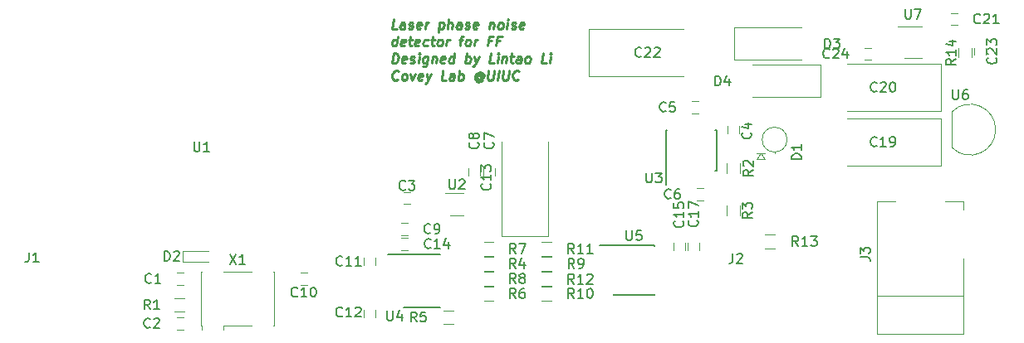
<source format=gbr>
G04 #@! TF.FileFunction,Legend,Top*
%FSLAX46Y46*%
G04 Gerber Fmt 4.6, Leading zero omitted, Abs format (unit mm)*
G04 Created by KiCad (PCBNEW 4.0.6) date 08/15/24 14:35:26*
%MOMM*%
%LPD*%
G01*
G04 APERTURE LIST*
%ADD10C,0.100000*%
%ADD11C,0.250000*%
%ADD12C,0.120000*%
%ADD13C,0.150000*%
G04 APERTURE END LIST*
D10*
D11*
X129752238Y-112889381D02*
X129276047Y-112889381D01*
X129401047Y-111889381D01*
X130514143Y-112889381D02*
X130579620Y-112365571D01*
X130543905Y-112270333D01*
X130454620Y-112222714D01*
X130264143Y-112222714D01*
X130162952Y-112270333D01*
X130520096Y-112841762D02*
X130418905Y-112889381D01*
X130180809Y-112889381D01*
X130091524Y-112841762D01*
X130055810Y-112746524D01*
X130067714Y-112651286D01*
X130127238Y-112556048D01*
X130228428Y-112508429D01*
X130466524Y-112508429D01*
X130567715Y-112460810D01*
X130948667Y-112841762D02*
X131037952Y-112889381D01*
X131228428Y-112889381D01*
X131329620Y-112841762D01*
X131389144Y-112746524D01*
X131395096Y-112698905D01*
X131359382Y-112603667D01*
X131270095Y-112556048D01*
X131127238Y-112556048D01*
X131037952Y-112508429D01*
X131002238Y-112413190D01*
X131008191Y-112365571D01*
X131067714Y-112270333D01*
X131168905Y-112222714D01*
X131311762Y-112222714D01*
X131401048Y-112270333D01*
X132186763Y-112841762D02*
X132085572Y-112889381D01*
X131895095Y-112889381D01*
X131805810Y-112841762D01*
X131770096Y-112746524D01*
X131817715Y-112365571D01*
X131877238Y-112270333D01*
X131978429Y-112222714D01*
X132168906Y-112222714D01*
X132258191Y-112270333D01*
X132293906Y-112365571D01*
X132282001Y-112460810D01*
X131793905Y-112556048D01*
X132657000Y-112889381D02*
X132740334Y-112222714D01*
X132716524Y-112413190D02*
X132776048Y-112317952D01*
X132829619Y-112270333D01*
X132930810Y-112222714D01*
X133026049Y-112222714D01*
X134121287Y-112222714D02*
X133996287Y-113222714D01*
X134115334Y-112270333D02*
X134216525Y-112222714D01*
X134407002Y-112222714D01*
X134496287Y-112270333D01*
X134537954Y-112317952D01*
X134573668Y-112413190D01*
X134537954Y-112698905D01*
X134478430Y-112794143D01*
X134424859Y-112841762D01*
X134323668Y-112889381D01*
X134133191Y-112889381D01*
X134043906Y-112841762D01*
X134942715Y-112889381D02*
X135067715Y-111889381D01*
X135371287Y-112889381D02*
X135436764Y-112365571D01*
X135401049Y-112270333D01*
X135311764Y-112222714D01*
X135168906Y-112222714D01*
X135067715Y-112270333D01*
X135014144Y-112317952D01*
X136276049Y-112889381D02*
X136341526Y-112365571D01*
X136305811Y-112270333D01*
X136216526Y-112222714D01*
X136026049Y-112222714D01*
X135924858Y-112270333D01*
X136282002Y-112841762D02*
X136180811Y-112889381D01*
X135942715Y-112889381D01*
X135853430Y-112841762D01*
X135817716Y-112746524D01*
X135829620Y-112651286D01*
X135889144Y-112556048D01*
X135990334Y-112508429D01*
X136228430Y-112508429D01*
X136329621Y-112460810D01*
X136710573Y-112841762D02*
X136799858Y-112889381D01*
X136990334Y-112889381D01*
X137091526Y-112841762D01*
X137151050Y-112746524D01*
X137157002Y-112698905D01*
X137121288Y-112603667D01*
X137032001Y-112556048D01*
X136889144Y-112556048D01*
X136799858Y-112508429D01*
X136764144Y-112413190D01*
X136770097Y-112365571D01*
X136829620Y-112270333D01*
X136930811Y-112222714D01*
X137073668Y-112222714D01*
X137162954Y-112270333D01*
X137948669Y-112841762D02*
X137847478Y-112889381D01*
X137657001Y-112889381D01*
X137567716Y-112841762D01*
X137532002Y-112746524D01*
X137579621Y-112365571D01*
X137639144Y-112270333D01*
X137740335Y-112222714D01*
X137930812Y-112222714D01*
X138020097Y-112270333D01*
X138055812Y-112365571D01*
X138043907Y-112460810D01*
X137555811Y-112556048D01*
X139264145Y-112222714D02*
X139180811Y-112889381D01*
X139252240Y-112317952D02*
X139305811Y-112270333D01*
X139407002Y-112222714D01*
X139549860Y-112222714D01*
X139639145Y-112270333D01*
X139674860Y-112365571D01*
X139609383Y-112889381D01*
X140228430Y-112889381D02*
X140139145Y-112841762D01*
X140097478Y-112794143D01*
X140061764Y-112698905D01*
X140097478Y-112413190D01*
X140157002Y-112317952D01*
X140210573Y-112270333D01*
X140311764Y-112222714D01*
X140454622Y-112222714D01*
X140543907Y-112270333D01*
X140585574Y-112317952D01*
X140621288Y-112413190D01*
X140585574Y-112698905D01*
X140526050Y-112794143D01*
X140472479Y-112841762D01*
X140371288Y-112889381D01*
X140228430Y-112889381D01*
X140990335Y-112889381D02*
X141073669Y-112222714D01*
X141115335Y-111889381D02*
X141061764Y-111937000D01*
X141103431Y-111984619D01*
X141157002Y-111937000D01*
X141115335Y-111889381D01*
X141103431Y-111984619D01*
X141424859Y-112841762D02*
X141514144Y-112889381D01*
X141704620Y-112889381D01*
X141805812Y-112841762D01*
X141865336Y-112746524D01*
X141871288Y-112698905D01*
X141835574Y-112603667D01*
X141746287Y-112556048D01*
X141603430Y-112556048D01*
X141514144Y-112508429D01*
X141478430Y-112413190D01*
X141484383Y-112365571D01*
X141543906Y-112270333D01*
X141645097Y-112222714D01*
X141787954Y-112222714D01*
X141877240Y-112270333D01*
X142662955Y-112841762D02*
X142561764Y-112889381D01*
X142371287Y-112889381D01*
X142282002Y-112841762D01*
X142246288Y-112746524D01*
X142293907Y-112365571D01*
X142353430Y-112270333D01*
X142454621Y-112222714D01*
X142645098Y-112222714D01*
X142734383Y-112270333D01*
X142770098Y-112365571D01*
X142758193Y-112460810D01*
X142270097Y-112556048D01*
X129704619Y-114639381D02*
X129829619Y-113639381D01*
X129710572Y-114591762D02*
X129609381Y-114639381D01*
X129418904Y-114639381D01*
X129329619Y-114591762D01*
X129287952Y-114544143D01*
X129252238Y-114448905D01*
X129287952Y-114163190D01*
X129347476Y-114067952D01*
X129401047Y-114020333D01*
X129502238Y-113972714D01*
X129692715Y-113972714D01*
X129782000Y-114020333D01*
X130567715Y-114591762D02*
X130466524Y-114639381D01*
X130276047Y-114639381D01*
X130186762Y-114591762D01*
X130151048Y-114496524D01*
X130198667Y-114115571D01*
X130258190Y-114020333D01*
X130359381Y-113972714D01*
X130549858Y-113972714D01*
X130639143Y-114020333D01*
X130674858Y-114115571D01*
X130662953Y-114210810D01*
X130174857Y-114306048D01*
X130978429Y-113972714D02*
X131359381Y-113972714D01*
X131162952Y-113639381D02*
X131055810Y-114496524D01*
X131091524Y-114591762D01*
X131180809Y-114639381D01*
X131276047Y-114639381D01*
X131996287Y-114591762D02*
X131895096Y-114639381D01*
X131704619Y-114639381D01*
X131615334Y-114591762D01*
X131579620Y-114496524D01*
X131627239Y-114115571D01*
X131686762Y-114020333D01*
X131787953Y-113972714D01*
X131978430Y-113972714D01*
X132067715Y-114020333D01*
X132103430Y-114115571D01*
X132091525Y-114210810D01*
X131603429Y-114306048D01*
X132901049Y-114591762D02*
X132799858Y-114639381D01*
X132609381Y-114639381D01*
X132520096Y-114591762D01*
X132478429Y-114544143D01*
X132442715Y-114448905D01*
X132478429Y-114163190D01*
X132537953Y-114067952D01*
X132591524Y-114020333D01*
X132692715Y-113972714D01*
X132883192Y-113972714D01*
X132972477Y-114020333D01*
X133264144Y-113972714D02*
X133645096Y-113972714D01*
X133448667Y-113639381D02*
X133341525Y-114496524D01*
X133377239Y-114591762D01*
X133466524Y-114639381D01*
X133561762Y-114639381D01*
X134037953Y-114639381D02*
X133948668Y-114591762D01*
X133907001Y-114544143D01*
X133871287Y-114448905D01*
X133907001Y-114163190D01*
X133966525Y-114067952D01*
X134020096Y-114020333D01*
X134121287Y-113972714D01*
X134264145Y-113972714D01*
X134353430Y-114020333D01*
X134395097Y-114067952D01*
X134430811Y-114163190D01*
X134395097Y-114448905D01*
X134335573Y-114544143D01*
X134282002Y-114591762D01*
X134180811Y-114639381D01*
X134037953Y-114639381D01*
X134799858Y-114639381D02*
X134883192Y-113972714D01*
X134859382Y-114163190D02*
X134918906Y-114067952D01*
X134972477Y-114020333D01*
X135073668Y-113972714D01*
X135168907Y-113972714D01*
X136121288Y-113972714D02*
X136502240Y-113972714D01*
X136180811Y-114639381D02*
X136287954Y-113782238D01*
X136347478Y-113687000D01*
X136448668Y-113639381D01*
X136543906Y-113639381D01*
X136895097Y-114639381D02*
X136805812Y-114591762D01*
X136764145Y-114544143D01*
X136728431Y-114448905D01*
X136764145Y-114163190D01*
X136823669Y-114067952D01*
X136877240Y-114020333D01*
X136978431Y-113972714D01*
X137121289Y-113972714D01*
X137210574Y-114020333D01*
X137252241Y-114067952D01*
X137287955Y-114163190D01*
X137252241Y-114448905D01*
X137192717Y-114544143D01*
X137139146Y-114591762D01*
X137037955Y-114639381D01*
X136895097Y-114639381D01*
X137657002Y-114639381D02*
X137740336Y-113972714D01*
X137716526Y-114163190D02*
X137776050Y-114067952D01*
X137829621Y-114020333D01*
X137930812Y-113972714D01*
X138026051Y-113972714D01*
X139436766Y-114115571D02*
X139103432Y-114115571D01*
X139037955Y-114639381D02*
X139162955Y-113639381D01*
X139639146Y-113639381D01*
X140293909Y-114115571D02*
X139960575Y-114115571D01*
X139895098Y-114639381D02*
X140020098Y-113639381D01*
X140496289Y-113639381D01*
X129276047Y-116389381D02*
X129401047Y-115389381D01*
X129639142Y-115389381D01*
X129776048Y-115437000D01*
X129859381Y-115532238D01*
X129895096Y-115627476D01*
X129918905Y-115817952D01*
X129901048Y-115960810D01*
X129829619Y-116151286D01*
X129770096Y-116246524D01*
X129662953Y-116341762D01*
X129514142Y-116389381D01*
X129276047Y-116389381D01*
X130662953Y-116341762D02*
X130561762Y-116389381D01*
X130371285Y-116389381D01*
X130282000Y-116341762D01*
X130246286Y-116246524D01*
X130293905Y-115865571D01*
X130353428Y-115770333D01*
X130454619Y-115722714D01*
X130645096Y-115722714D01*
X130734381Y-115770333D01*
X130770096Y-115865571D01*
X130758191Y-115960810D01*
X130270095Y-116056048D01*
X131091524Y-116341762D02*
X131180809Y-116389381D01*
X131371285Y-116389381D01*
X131472477Y-116341762D01*
X131532001Y-116246524D01*
X131537953Y-116198905D01*
X131502239Y-116103667D01*
X131412952Y-116056048D01*
X131270095Y-116056048D01*
X131180809Y-116008429D01*
X131145095Y-115913190D01*
X131151048Y-115865571D01*
X131210571Y-115770333D01*
X131311762Y-115722714D01*
X131454619Y-115722714D01*
X131543905Y-115770333D01*
X131942714Y-116389381D02*
X132026048Y-115722714D01*
X132067714Y-115389381D02*
X132014143Y-115437000D01*
X132055810Y-115484619D01*
X132109381Y-115437000D01*
X132067714Y-115389381D01*
X132055810Y-115484619D01*
X132930810Y-115722714D02*
X132829619Y-116532238D01*
X132770095Y-116627476D01*
X132716524Y-116675095D01*
X132615333Y-116722714D01*
X132472476Y-116722714D01*
X132383190Y-116675095D01*
X132853429Y-116341762D02*
X132752238Y-116389381D01*
X132561761Y-116389381D01*
X132472476Y-116341762D01*
X132430809Y-116294143D01*
X132395095Y-116198905D01*
X132430809Y-115913190D01*
X132490333Y-115817952D01*
X132543904Y-115770333D01*
X132645095Y-115722714D01*
X132835572Y-115722714D01*
X132924857Y-115770333D01*
X133407000Y-115722714D02*
X133323666Y-116389381D01*
X133395095Y-115817952D02*
X133448666Y-115770333D01*
X133549857Y-115722714D01*
X133692715Y-115722714D01*
X133782000Y-115770333D01*
X133817715Y-115865571D01*
X133752238Y-116389381D01*
X134615334Y-116341762D02*
X134514143Y-116389381D01*
X134323666Y-116389381D01*
X134234381Y-116341762D01*
X134198667Y-116246524D01*
X134246286Y-115865571D01*
X134305809Y-115770333D01*
X134407000Y-115722714D01*
X134597477Y-115722714D01*
X134686762Y-115770333D01*
X134722477Y-115865571D01*
X134710572Y-115960810D01*
X134222476Y-116056048D01*
X135514143Y-116389381D02*
X135639143Y-115389381D01*
X135520096Y-116341762D02*
X135418905Y-116389381D01*
X135228428Y-116389381D01*
X135139143Y-116341762D01*
X135097476Y-116294143D01*
X135061762Y-116198905D01*
X135097476Y-115913190D01*
X135157000Y-115817952D01*
X135210571Y-115770333D01*
X135311762Y-115722714D01*
X135502239Y-115722714D01*
X135591524Y-115770333D01*
X136752238Y-116389381D02*
X136877238Y-115389381D01*
X136829619Y-115770333D02*
X136930810Y-115722714D01*
X137121287Y-115722714D01*
X137210572Y-115770333D01*
X137252239Y-115817952D01*
X137287953Y-115913190D01*
X137252239Y-116198905D01*
X137192715Y-116294143D01*
X137139144Y-116341762D01*
X137037953Y-116389381D01*
X136847476Y-116389381D01*
X136758191Y-116341762D01*
X137645096Y-115722714D02*
X137799857Y-116389381D01*
X138121287Y-115722714D02*
X137799857Y-116389381D01*
X137674857Y-116627476D01*
X137621286Y-116675095D01*
X137520096Y-116722714D01*
X139657001Y-116389381D02*
X139180810Y-116389381D01*
X139305810Y-115389381D01*
X139990334Y-116389381D02*
X140073668Y-115722714D01*
X140115334Y-115389381D02*
X140061763Y-115437000D01*
X140103430Y-115484619D01*
X140157001Y-115437000D01*
X140115334Y-115389381D01*
X140103430Y-115484619D01*
X140549858Y-115722714D02*
X140466524Y-116389381D01*
X140537953Y-115817952D02*
X140591524Y-115770333D01*
X140692715Y-115722714D01*
X140835573Y-115722714D01*
X140924858Y-115770333D01*
X140960573Y-115865571D01*
X140895096Y-116389381D01*
X141311763Y-115722714D02*
X141692715Y-115722714D01*
X141496286Y-115389381D02*
X141389144Y-116246524D01*
X141424858Y-116341762D01*
X141514143Y-116389381D01*
X141609381Y-116389381D01*
X142371287Y-116389381D02*
X142436764Y-115865571D01*
X142401049Y-115770333D01*
X142311764Y-115722714D01*
X142121287Y-115722714D01*
X142020096Y-115770333D01*
X142377240Y-116341762D02*
X142276049Y-116389381D01*
X142037953Y-116389381D01*
X141948668Y-116341762D01*
X141912954Y-116246524D01*
X141924858Y-116151286D01*
X141984382Y-116056048D01*
X142085572Y-116008429D01*
X142323668Y-116008429D01*
X142424859Y-115960810D01*
X142990334Y-116389381D02*
X142901049Y-116341762D01*
X142859382Y-116294143D01*
X142823668Y-116198905D01*
X142859382Y-115913190D01*
X142918906Y-115817952D01*
X142972477Y-115770333D01*
X143073668Y-115722714D01*
X143216526Y-115722714D01*
X143305811Y-115770333D01*
X143347478Y-115817952D01*
X143383192Y-115913190D01*
X143347478Y-116198905D01*
X143287954Y-116294143D01*
X143234383Y-116341762D01*
X143133192Y-116389381D01*
X142990334Y-116389381D01*
X144990335Y-116389381D02*
X144514144Y-116389381D01*
X144639144Y-115389381D01*
X145323668Y-116389381D02*
X145407002Y-115722714D01*
X145448668Y-115389381D02*
X145395097Y-115437000D01*
X145436764Y-115484619D01*
X145490335Y-115437000D01*
X145448668Y-115389381D01*
X145436764Y-115484619D01*
X129859381Y-118044143D02*
X129805810Y-118091762D01*
X129657000Y-118139381D01*
X129561762Y-118139381D01*
X129424857Y-118091762D01*
X129341524Y-117996524D01*
X129305809Y-117901286D01*
X129282000Y-117710810D01*
X129299857Y-117567952D01*
X129371286Y-117377476D01*
X129430809Y-117282238D01*
X129537952Y-117187000D01*
X129686762Y-117139381D01*
X129782000Y-117139381D01*
X129918905Y-117187000D01*
X129960572Y-117234619D01*
X130418904Y-118139381D02*
X130329619Y-118091762D01*
X130287952Y-118044143D01*
X130252238Y-117948905D01*
X130287952Y-117663190D01*
X130347476Y-117567952D01*
X130401047Y-117520333D01*
X130502238Y-117472714D01*
X130645096Y-117472714D01*
X130734381Y-117520333D01*
X130776048Y-117567952D01*
X130811762Y-117663190D01*
X130776048Y-117948905D01*
X130716524Y-118044143D01*
X130662953Y-118091762D01*
X130561762Y-118139381D01*
X130418904Y-118139381D01*
X131168905Y-117472714D02*
X131323666Y-118139381D01*
X131645096Y-117472714D01*
X132329620Y-118091762D02*
X132228429Y-118139381D01*
X132037952Y-118139381D01*
X131948667Y-118091762D01*
X131912953Y-117996524D01*
X131960572Y-117615571D01*
X132020095Y-117520333D01*
X132121286Y-117472714D01*
X132311763Y-117472714D01*
X132401048Y-117520333D01*
X132436763Y-117615571D01*
X132424858Y-117710810D01*
X131936762Y-117806048D01*
X132787953Y-117472714D02*
X132942714Y-118139381D01*
X133264144Y-117472714D02*
X132942714Y-118139381D01*
X132817714Y-118377476D01*
X132764143Y-118425095D01*
X132662953Y-118472714D01*
X134799858Y-118139381D02*
X134323667Y-118139381D01*
X134448667Y-117139381D01*
X135561763Y-118139381D02*
X135627240Y-117615571D01*
X135591525Y-117520333D01*
X135502240Y-117472714D01*
X135311763Y-117472714D01*
X135210572Y-117520333D01*
X135567716Y-118091762D02*
X135466525Y-118139381D01*
X135228429Y-118139381D01*
X135139144Y-118091762D01*
X135103430Y-117996524D01*
X135115334Y-117901286D01*
X135174858Y-117806048D01*
X135276048Y-117758429D01*
X135514144Y-117758429D01*
X135615335Y-117710810D01*
X136037953Y-118139381D02*
X136162953Y-117139381D01*
X136115334Y-117520333D02*
X136216525Y-117472714D01*
X136407002Y-117472714D01*
X136496287Y-117520333D01*
X136537954Y-117567952D01*
X136573668Y-117663190D01*
X136537954Y-117948905D01*
X136478430Y-118044143D01*
X136424859Y-118091762D01*
X136323668Y-118139381D01*
X136133191Y-118139381D01*
X136043906Y-118091762D01*
X138383192Y-117663190D02*
X138341526Y-117615571D01*
X138252240Y-117567952D01*
X138157002Y-117567952D01*
X138055812Y-117615571D01*
X138002239Y-117663190D01*
X137942715Y-117758429D01*
X137930811Y-117853667D01*
X137966525Y-117948905D01*
X138008193Y-117996524D01*
X138097478Y-118044143D01*
X138192716Y-118044143D01*
X138293907Y-117996524D01*
X138347478Y-117948905D01*
X138395097Y-117567952D02*
X138347478Y-117948905D01*
X138389145Y-117996524D01*
X138436764Y-117996524D01*
X138537954Y-117948905D01*
X138597478Y-117853667D01*
X138627240Y-117615571D01*
X138549859Y-117472714D01*
X138418907Y-117377476D01*
X138234383Y-117329857D01*
X138037954Y-117377476D01*
X137883192Y-117472714D01*
X137770097Y-117615571D01*
X137698668Y-117806048D01*
X137722478Y-117996524D01*
X137799858Y-118139381D01*
X137930811Y-118234619D01*
X138115335Y-118282238D01*
X138311764Y-118234619D01*
X138466525Y-118139381D01*
X139115334Y-117139381D02*
X139014144Y-117948905D01*
X139049858Y-118044143D01*
X139091525Y-118091762D01*
X139180810Y-118139381D01*
X139371287Y-118139381D01*
X139472478Y-118091762D01*
X139526049Y-118044143D01*
X139585573Y-117948905D01*
X139686763Y-117139381D01*
X140037953Y-118139381D02*
X140162953Y-117139381D01*
X140639143Y-117139381D02*
X140537953Y-117948905D01*
X140573667Y-118044143D01*
X140615334Y-118091762D01*
X140704619Y-118139381D01*
X140895096Y-118139381D01*
X140996287Y-118091762D01*
X141049858Y-118044143D01*
X141109382Y-117948905D01*
X141210572Y-117139381D01*
X142145096Y-118044143D02*
X142091525Y-118091762D01*
X141942715Y-118139381D01*
X141847477Y-118139381D01*
X141710572Y-118091762D01*
X141627239Y-117996524D01*
X141591524Y-117901286D01*
X141567715Y-117710810D01*
X141585572Y-117567952D01*
X141657001Y-117377476D01*
X141716524Y-117282238D01*
X141823667Y-117187000D01*
X141972477Y-117139381D01*
X142067715Y-117139381D01*
X142204620Y-117187000D01*
X142246287Y-117234619D01*
D12*
X108046000Y-139030000D02*
X107346000Y-139030000D01*
X107346000Y-137830000D02*
X108046000Y-137830000D01*
X108046000Y-143602000D02*
X107346000Y-143602000D01*
X107346000Y-142402000D02*
X108046000Y-142402000D01*
X130460000Y-129575000D02*
X131160000Y-129575000D01*
X131160000Y-130775000D02*
X130460000Y-130775000D01*
X163484000Y-123540000D02*
X163484000Y-122840000D01*
X164684000Y-122840000D02*
X164684000Y-123540000D01*
X159797000Y-120304000D02*
X160497000Y-120304000D01*
X160497000Y-121504000D02*
X159797000Y-121504000D01*
X161005000Y-130394000D02*
X160305000Y-130394000D01*
X160305000Y-129194000D02*
X161005000Y-129194000D01*
X138592000Y-127858000D02*
X138592000Y-127158000D01*
X139792000Y-127158000D02*
X139792000Y-127858000D01*
X137068000Y-127858000D02*
X137068000Y-127158000D01*
X138268000Y-127158000D02*
X138268000Y-127858000D01*
X130906000Y-133950000D02*
X130206000Y-133950000D01*
X130206000Y-132750000D02*
X130906000Y-132750000D01*
X119919000Y-137830000D02*
X120619000Y-137830000D01*
X120619000Y-139030000D02*
X119919000Y-139030000D01*
X127600000Y-136302000D02*
X127600000Y-137002000D01*
X126400000Y-137002000D02*
X126400000Y-136302000D01*
X126400000Y-142336000D02*
X126400000Y-141636000D01*
X127600000Y-141636000D02*
X127600000Y-142336000D01*
X140411500Y-134029500D02*
X140411500Y-124429500D01*
X145211500Y-134029500D02*
X145211500Y-124429500D01*
X140411500Y-134029500D02*
X145211500Y-134029500D01*
X130206000Y-134274000D02*
X130906000Y-134274000D01*
X130906000Y-135474000D02*
X130206000Y-135474000D01*
X159159500Y-134778000D02*
X159159500Y-135478000D01*
X157959500Y-135478000D02*
X157959500Y-134778000D01*
X160620000Y-134778000D02*
X160620000Y-135478000D01*
X159420000Y-135478000D02*
X159420000Y-134778000D01*
X185274000Y-126860000D02*
X175674000Y-126860000D01*
X185274000Y-122060000D02*
X175674000Y-122060000D01*
X185274000Y-126860000D02*
X185274000Y-122060000D01*
X185274000Y-121272000D02*
X175674000Y-121272000D01*
X185274000Y-116472000D02*
X175674000Y-116472000D01*
X185274000Y-121272000D02*
X185274000Y-116472000D01*
X186913000Y-112487000D02*
X186213000Y-112487000D01*
X186213000Y-111287000D02*
X186913000Y-111287000D01*
X149371000Y-112916000D02*
X158971000Y-112916000D01*
X149371000Y-117716000D02*
X158971000Y-117716000D01*
X149371000Y-112916000D02*
X149371000Y-117716000D01*
X189830000Y-114839000D02*
X189830000Y-115539000D01*
X188630000Y-115539000D02*
X188630000Y-114839000D01*
X178150000Y-116043000D02*
X177450000Y-116043000D01*
X177450000Y-114843000D02*
X178150000Y-114843000D01*
X168275000Y-125472371D02*
X168275000Y-125646000D01*
X167295000Y-125603000D02*
X166406000Y-125603000D01*
X166850500Y-125603000D02*
X167295000Y-126195667D01*
X167295000Y-126195667D02*
X166406000Y-126195667D01*
X166406000Y-126195667D02*
X166850500Y-125603000D01*
X169541371Y-124206000D02*
G75*
G03X169541371Y-124206000I-1266371J0D01*
G01*
X107928000Y-135594000D02*
X107928000Y-136694000D01*
X107928000Y-136694000D02*
X110528000Y-136694000D01*
X107928000Y-135594000D02*
X110528000Y-135594000D01*
X164129000Y-112777000D02*
X164129000Y-116077000D01*
X164129000Y-116077000D02*
X171029000Y-116077000D01*
X164129000Y-112777000D02*
X171029000Y-112777000D01*
X172929000Y-119887000D02*
X172929000Y-116587000D01*
X172929000Y-116587000D02*
X166029000Y-116587000D01*
X172929000Y-119887000D02*
X166029000Y-119887000D01*
X178734000Y-140198000D02*
X187534000Y-140198000D01*
X187534000Y-136398000D02*
X187534000Y-144098000D01*
X187534000Y-144098000D02*
X178734000Y-144098000D01*
X178734000Y-144098000D02*
X178734000Y-143898000D01*
X185684000Y-130498000D02*
X187534000Y-130498000D01*
X187534000Y-130498000D02*
X187534000Y-131348000D01*
X178734000Y-143998000D02*
X178734000Y-130498000D01*
X178734000Y-130498000D02*
X180584000Y-130498000D01*
X107069000Y-140417000D02*
X108069000Y-140417000D01*
X108069000Y-141777000D02*
X107069000Y-141777000D01*
X164764000Y-126627000D02*
X164764000Y-127627000D01*
X163404000Y-127627000D02*
X163404000Y-126627000D01*
X163404000Y-131945000D02*
X163404000Y-130945000D01*
X164764000Y-130945000D02*
X164764000Y-131945000D01*
X139628500Y-137586000D02*
X138628500Y-137586000D01*
X138628500Y-136226000D02*
X139628500Y-136226000D01*
X135501000Y-143047000D02*
X134501000Y-143047000D01*
X134501000Y-141687000D02*
X135501000Y-141687000D01*
X139628500Y-140634000D02*
X138628500Y-140634000D01*
X138628500Y-139274000D02*
X139628500Y-139274000D01*
X139628500Y-136062000D02*
X138628500Y-136062000D01*
X138628500Y-134702000D02*
X139628500Y-134702000D01*
X139628500Y-139110000D02*
X138628500Y-139110000D01*
X138628500Y-137750000D02*
X139628500Y-137750000D01*
X145534000Y-137586000D02*
X144534000Y-137586000D01*
X144534000Y-136226000D02*
X145534000Y-136226000D01*
X145534000Y-140634000D02*
X144534000Y-140634000D01*
X144534000Y-139274000D02*
X145534000Y-139274000D01*
X145534000Y-136062000D02*
X144534000Y-136062000D01*
X144534000Y-134702000D02*
X145534000Y-134702000D01*
X144534000Y-137750000D02*
X145534000Y-137750000D01*
X145534000Y-139110000D02*
X144534000Y-139110000D01*
X167267000Y-133940000D02*
X168267000Y-133940000D01*
X168267000Y-135300000D02*
X167267000Y-135300000D01*
X187026000Y-115816000D02*
X187026000Y-114816000D01*
X188386000Y-114816000D02*
X188386000Y-115816000D01*
X136590000Y-129650000D02*
X134690000Y-129650000D01*
X135190000Y-131970000D02*
X136590000Y-131970000D01*
D13*
X157191000Y-127424000D02*
X157241000Y-127424000D01*
X157191000Y-123274000D02*
X157336000Y-123274000D01*
X162341000Y-123274000D02*
X162196000Y-123274000D01*
X162341000Y-127424000D02*
X162196000Y-127424000D01*
X157191000Y-127424000D02*
X157191000Y-123274000D01*
X162341000Y-127424000D02*
X162341000Y-123274000D01*
X157241000Y-127424000D02*
X157241000Y-128824000D01*
X130479700Y-141359000D02*
X134188300Y-141359000D01*
X128809000Y-135959000D02*
X134192600Y-135959000D01*
X151849000Y-134966000D02*
X151849000Y-135016000D01*
X155999000Y-134966000D02*
X155999000Y-135111000D01*
X155999000Y-140116000D02*
X155999000Y-139971000D01*
X151849000Y-140116000D02*
X151849000Y-139971000D01*
X151849000Y-134966000D02*
X155999000Y-134966000D01*
X151849000Y-140116000D02*
X155999000Y-140116000D01*
X151849000Y-135016000D02*
X150449000Y-135016000D01*
D12*
X186364000Y-121390000D02*
X186364000Y-124990000D01*
X186375522Y-121351522D02*
G75*
G02X190814000Y-123190000I1838478J-1838478D01*
G01*
X186375522Y-125028478D02*
G75*
G03X190814000Y-123190000I1838478J1838478D01*
G01*
X181472000Y-115910000D02*
X183272000Y-115910000D01*
X183272000Y-112690000D02*
X180822000Y-112690000D01*
X117178000Y-137722000D02*
X117238000Y-137722000D01*
X117238000Y-137722000D02*
X117238000Y-143202000D01*
X117238000Y-143202000D02*
X117178000Y-143202000D01*
X112098000Y-137722000D02*
X114978000Y-137722000D01*
X109898000Y-143662000D02*
X109898000Y-143202000D01*
X109898000Y-143202000D02*
X109838000Y-143202000D01*
X109838000Y-143202000D02*
X109838000Y-137722000D01*
X109838000Y-137722000D02*
X109898000Y-137722000D01*
X114978000Y-143202000D02*
X112098000Y-143202000D01*
X112098000Y-143202000D02*
X112098000Y-143662000D01*
D13*
X104735334Y-138787143D02*
X104687715Y-138834762D01*
X104544858Y-138882381D01*
X104449620Y-138882381D01*
X104306762Y-138834762D01*
X104211524Y-138739524D01*
X104163905Y-138644286D01*
X104116286Y-138453810D01*
X104116286Y-138310952D01*
X104163905Y-138120476D01*
X104211524Y-138025238D01*
X104306762Y-137930000D01*
X104449620Y-137882381D01*
X104544858Y-137882381D01*
X104687715Y-137930000D01*
X104735334Y-137977619D01*
X105687715Y-138882381D02*
X105116286Y-138882381D01*
X105402000Y-138882381D02*
X105402000Y-137882381D01*
X105306762Y-138025238D01*
X105211524Y-138120476D01*
X105116286Y-138168095D01*
X104608334Y-143359143D02*
X104560715Y-143406762D01*
X104417858Y-143454381D01*
X104322620Y-143454381D01*
X104179762Y-143406762D01*
X104084524Y-143311524D01*
X104036905Y-143216286D01*
X103989286Y-143025810D01*
X103989286Y-142882952D01*
X104036905Y-142692476D01*
X104084524Y-142597238D01*
X104179762Y-142502000D01*
X104322620Y-142454381D01*
X104417858Y-142454381D01*
X104560715Y-142502000D01*
X104608334Y-142549619D01*
X104989286Y-142549619D02*
X105036905Y-142502000D01*
X105132143Y-142454381D01*
X105370239Y-142454381D01*
X105465477Y-142502000D01*
X105513096Y-142549619D01*
X105560715Y-142644857D01*
X105560715Y-142740095D01*
X105513096Y-142882952D01*
X104941667Y-143454381D01*
X105560715Y-143454381D01*
X130643334Y-129282143D02*
X130595715Y-129329762D01*
X130452858Y-129377381D01*
X130357620Y-129377381D01*
X130214762Y-129329762D01*
X130119524Y-129234524D01*
X130071905Y-129139286D01*
X130024286Y-128948810D01*
X130024286Y-128805952D01*
X130071905Y-128615476D01*
X130119524Y-128520238D01*
X130214762Y-128425000D01*
X130357620Y-128377381D01*
X130452858Y-128377381D01*
X130595715Y-128425000D01*
X130643334Y-128472619D01*
X130976667Y-128377381D02*
X131595715Y-128377381D01*
X131262381Y-128758333D01*
X131405239Y-128758333D01*
X131500477Y-128805952D01*
X131548096Y-128853571D01*
X131595715Y-128948810D01*
X131595715Y-129186905D01*
X131548096Y-129282143D01*
X131500477Y-129329762D01*
X131405239Y-129377381D01*
X131119524Y-129377381D01*
X131024286Y-129329762D01*
X130976667Y-129282143D01*
X165838143Y-123483666D02*
X165885762Y-123531285D01*
X165933381Y-123674142D01*
X165933381Y-123769380D01*
X165885762Y-123912238D01*
X165790524Y-124007476D01*
X165695286Y-124055095D01*
X165504810Y-124102714D01*
X165361952Y-124102714D01*
X165171476Y-124055095D01*
X165076238Y-124007476D01*
X164981000Y-123912238D01*
X164933381Y-123769380D01*
X164933381Y-123674142D01*
X164981000Y-123531285D01*
X165028619Y-123483666D01*
X165266714Y-122626523D02*
X165933381Y-122626523D01*
X164885762Y-122864619D02*
X165600048Y-123102714D01*
X165600048Y-122483666D01*
X157186334Y-121261143D02*
X157138715Y-121308762D01*
X156995858Y-121356381D01*
X156900620Y-121356381D01*
X156757762Y-121308762D01*
X156662524Y-121213524D01*
X156614905Y-121118286D01*
X156567286Y-120927810D01*
X156567286Y-120784952D01*
X156614905Y-120594476D01*
X156662524Y-120499238D01*
X156757762Y-120404000D01*
X156900620Y-120356381D01*
X156995858Y-120356381D01*
X157138715Y-120404000D01*
X157186334Y-120451619D01*
X158091096Y-120356381D02*
X157614905Y-120356381D01*
X157567286Y-120832571D01*
X157614905Y-120784952D01*
X157710143Y-120737333D01*
X157948239Y-120737333D01*
X158043477Y-120784952D01*
X158091096Y-120832571D01*
X158138715Y-120927810D01*
X158138715Y-121165905D01*
X158091096Y-121261143D01*
X158043477Y-121308762D01*
X157948239Y-121356381D01*
X157710143Y-121356381D01*
X157614905Y-121308762D01*
X157567286Y-121261143D01*
X157694334Y-130151143D02*
X157646715Y-130198762D01*
X157503858Y-130246381D01*
X157408620Y-130246381D01*
X157265762Y-130198762D01*
X157170524Y-130103524D01*
X157122905Y-130008286D01*
X157075286Y-129817810D01*
X157075286Y-129674952D01*
X157122905Y-129484476D01*
X157170524Y-129389238D01*
X157265762Y-129294000D01*
X157408620Y-129246381D01*
X157503858Y-129246381D01*
X157646715Y-129294000D01*
X157694334Y-129341619D01*
X158551477Y-129246381D02*
X158361000Y-129246381D01*
X158265762Y-129294000D01*
X158218143Y-129341619D01*
X158122905Y-129484476D01*
X158075286Y-129674952D01*
X158075286Y-130055905D01*
X158122905Y-130151143D01*
X158170524Y-130198762D01*
X158265762Y-130246381D01*
X158456239Y-130246381D01*
X158551477Y-130198762D01*
X158599096Y-130151143D01*
X158646715Y-130055905D01*
X158646715Y-129817810D01*
X158599096Y-129722571D01*
X158551477Y-129674952D01*
X158456239Y-129627333D01*
X158265762Y-129627333D01*
X158170524Y-129674952D01*
X158122905Y-129722571D01*
X158075286Y-129817810D01*
X139549143Y-124499666D02*
X139596762Y-124547285D01*
X139644381Y-124690142D01*
X139644381Y-124785380D01*
X139596762Y-124928238D01*
X139501524Y-125023476D01*
X139406286Y-125071095D01*
X139215810Y-125118714D01*
X139072952Y-125118714D01*
X138882476Y-125071095D01*
X138787238Y-125023476D01*
X138692000Y-124928238D01*
X138644381Y-124785380D01*
X138644381Y-124690142D01*
X138692000Y-124547285D01*
X138739619Y-124499666D01*
X138644381Y-124166333D02*
X138644381Y-123499666D01*
X139644381Y-123928238D01*
X138025143Y-124499666D02*
X138072762Y-124547285D01*
X138120381Y-124690142D01*
X138120381Y-124785380D01*
X138072762Y-124928238D01*
X137977524Y-125023476D01*
X137882286Y-125071095D01*
X137691810Y-125118714D01*
X137548952Y-125118714D01*
X137358476Y-125071095D01*
X137263238Y-125023476D01*
X137168000Y-124928238D01*
X137120381Y-124785380D01*
X137120381Y-124690142D01*
X137168000Y-124547285D01*
X137215619Y-124499666D01*
X137548952Y-123928238D02*
X137501333Y-124023476D01*
X137453714Y-124071095D01*
X137358476Y-124118714D01*
X137310857Y-124118714D01*
X137215619Y-124071095D01*
X137168000Y-124023476D01*
X137120381Y-123928238D01*
X137120381Y-123737761D01*
X137168000Y-123642523D01*
X137215619Y-123594904D01*
X137310857Y-123547285D01*
X137358476Y-123547285D01*
X137453714Y-123594904D01*
X137501333Y-123642523D01*
X137548952Y-123737761D01*
X137548952Y-123928238D01*
X137596571Y-124023476D01*
X137644190Y-124071095D01*
X137739429Y-124118714D01*
X137929905Y-124118714D01*
X138025143Y-124071095D01*
X138072762Y-124023476D01*
X138120381Y-123928238D01*
X138120381Y-123737761D01*
X138072762Y-123642523D01*
X138025143Y-123594904D01*
X137929905Y-123547285D01*
X137739429Y-123547285D01*
X137644190Y-123594904D01*
X137596571Y-123642523D01*
X137548952Y-123737761D01*
X133183334Y-133707143D02*
X133135715Y-133754762D01*
X132992858Y-133802381D01*
X132897620Y-133802381D01*
X132754762Y-133754762D01*
X132659524Y-133659524D01*
X132611905Y-133564286D01*
X132564286Y-133373810D01*
X132564286Y-133230952D01*
X132611905Y-133040476D01*
X132659524Y-132945238D01*
X132754762Y-132850000D01*
X132897620Y-132802381D01*
X132992858Y-132802381D01*
X133135715Y-132850000D01*
X133183334Y-132897619D01*
X133659524Y-133802381D02*
X133850000Y-133802381D01*
X133945239Y-133754762D01*
X133992858Y-133707143D01*
X134088096Y-133564286D01*
X134135715Y-133373810D01*
X134135715Y-132992857D01*
X134088096Y-132897619D01*
X134040477Y-132850000D01*
X133945239Y-132802381D01*
X133754762Y-132802381D01*
X133659524Y-132850000D01*
X133611905Y-132897619D01*
X133564286Y-132992857D01*
X133564286Y-133230952D01*
X133611905Y-133326190D01*
X133659524Y-133373810D01*
X133754762Y-133421429D01*
X133945239Y-133421429D01*
X134040477Y-133373810D01*
X134088096Y-133326190D01*
X134135715Y-133230952D01*
X119626143Y-140184143D02*
X119578524Y-140231762D01*
X119435667Y-140279381D01*
X119340429Y-140279381D01*
X119197571Y-140231762D01*
X119102333Y-140136524D01*
X119054714Y-140041286D01*
X119007095Y-139850810D01*
X119007095Y-139707952D01*
X119054714Y-139517476D01*
X119102333Y-139422238D01*
X119197571Y-139327000D01*
X119340429Y-139279381D01*
X119435667Y-139279381D01*
X119578524Y-139327000D01*
X119626143Y-139374619D01*
X120578524Y-140279381D02*
X120007095Y-140279381D01*
X120292809Y-140279381D02*
X120292809Y-139279381D01*
X120197571Y-139422238D01*
X120102333Y-139517476D01*
X120007095Y-139565095D01*
X121197571Y-139279381D02*
X121292810Y-139279381D01*
X121388048Y-139327000D01*
X121435667Y-139374619D01*
X121483286Y-139469857D01*
X121530905Y-139660333D01*
X121530905Y-139898429D01*
X121483286Y-140088905D01*
X121435667Y-140184143D01*
X121388048Y-140231762D01*
X121292810Y-140279381D01*
X121197571Y-140279381D01*
X121102333Y-140231762D01*
X121054714Y-140184143D01*
X121007095Y-140088905D01*
X120959476Y-139898429D01*
X120959476Y-139660333D01*
X121007095Y-139469857D01*
X121054714Y-139374619D01*
X121102333Y-139327000D01*
X121197571Y-139279381D01*
X124198143Y-137009143D02*
X124150524Y-137056762D01*
X124007667Y-137104381D01*
X123912429Y-137104381D01*
X123769571Y-137056762D01*
X123674333Y-136961524D01*
X123626714Y-136866286D01*
X123579095Y-136675810D01*
X123579095Y-136532952D01*
X123626714Y-136342476D01*
X123674333Y-136247238D01*
X123769571Y-136152000D01*
X123912429Y-136104381D01*
X124007667Y-136104381D01*
X124150524Y-136152000D01*
X124198143Y-136199619D01*
X125150524Y-137104381D02*
X124579095Y-137104381D01*
X124864809Y-137104381D02*
X124864809Y-136104381D01*
X124769571Y-136247238D01*
X124674333Y-136342476D01*
X124579095Y-136390095D01*
X126102905Y-137104381D02*
X125531476Y-137104381D01*
X125817190Y-137104381D02*
X125817190Y-136104381D01*
X125721952Y-136247238D01*
X125626714Y-136342476D01*
X125531476Y-136390095D01*
X124198143Y-142216143D02*
X124150524Y-142263762D01*
X124007667Y-142311381D01*
X123912429Y-142311381D01*
X123769571Y-142263762D01*
X123674333Y-142168524D01*
X123626714Y-142073286D01*
X123579095Y-141882810D01*
X123579095Y-141739952D01*
X123626714Y-141549476D01*
X123674333Y-141454238D01*
X123769571Y-141359000D01*
X123912429Y-141311381D01*
X124007667Y-141311381D01*
X124150524Y-141359000D01*
X124198143Y-141406619D01*
X125150524Y-142311381D02*
X124579095Y-142311381D01*
X124864809Y-142311381D02*
X124864809Y-141311381D01*
X124769571Y-141454238D01*
X124674333Y-141549476D01*
X124579095Y-141597095D01*
X125531476Y-141406619D02*
X125579095Y-141359000D01*
X125674333Y-141311381D01*
X125912429Y-141311381D01*
X126007667Y-141359000D01*
X126055286Y-141406619D01*
X126102905Y-141501857D01*
X126102905Y-141597095D01*
X126055286Y-141739952D01*
X125483857Y-142311381D01*
X126102905Y-142311381D01*
X139268643Y-128722357D02*
X139316262Y-128769976D01*
X139363881Y-128912833D01*
X139363881Y-129008071D01*
X139316262Y-129150929D01*
X139221024Y-129246167D01*
X139125786Y-129293786D01*
X138935310Y-129341405D01*
X138792452Y-129341405D01*
X138601976Y-129293786D01*
X138506738Y-129246167D01*
X138411500Y-129150929D01*
X138363881Y-129008071D01*
X138363881Y-128912833D01*
X138411500Y-128769976D01*
X138459119Y-128722357D01*
X139363881Y-127769976D02*
X139363881Y-128341405D01*
X139363881Y-128055691D02*
X138363881Y-128055691D01*
X138506738Y-128150929D01*
X138601976Y-128246167D01*
X138649595Y-128341405D01*
X138363881Y-127436643D02*
X138363881Y-126817595D01*
X138744833Y-127150929D01*
X138744833Y-127008071D01*
X138792452Y-126912833D01*
X138840071Y-126865214D01*
X138935310Y-126817595D01*
X139173405Y-126817595D01*
X139268643Y-126865214D01*
X139316262Y-126912833D01*
X139363881Y-127008071D01*
X139363881Y-127293786D01*
X139316262Y-127389024D01*
X139268643Y-127436643D01*
X133215143Y-135231143D02*
X133167524Y-135278762D01*
X133024667Y-135326381D01*
X132929429Y-135326381D01*
X132786571Y-135278762D01*
X132691333Y-135183524D01*
X132643714Y-135088286D01*
X132596095Y-134897810D01*
X132596095Y-134754952D01*
X132643714Y-134564476D01*
X132691333Y-134469238D01*
X132786571Y-134374000D01*
X132929429Y-134326381D01*
X133024667Y-134326381D01*
X133167524Y-134374000D01*
X133215143Y-134421619D01*
X134167524Y-135326381D02*
X133596095Y-135326381D01*
X133881809Y-135326381D02*
X133881809Y-134326381D01*
X133786571Y-134469238D01*
X133691333Y-134564476D01*
X133596095Y-134612095D01*
X135024667Y-134659714D02*
X135024667Y-135326381D01*
X134786571Y-134278762D02*
X134548476Y-134993048D01*
X135167524Y-134993048D01*
X158916643Y-132532357D02*
X158964262Y-132579976D01*
X159011881Y-132722833D01*
X159011881Y-132818071D01*
X158964262Y-132960929D01*
X158869024Y-133056167D01*
X158773786Y-133103786D01*
X158583310Y-133151405D01*
X158440452Y-133151405D01*
X158249976Y-133103786D01*
X158154738Y-133056167D01*
X158059500Y-132960929D01*
X158011881Y-132818071D01*
X158011881Y-132722833D01*
X158059500Y-132579976D01*
X158107119Y-132532357D01*
X159011881Y-131579976D02*
X159011881Y-132151405D01*
X159011881Y-131865691D02*
X158011881Y-131865691D01*
X158154738Y-131960929D01*
X158249976Y-132056167D01*
X158297595Y-132151405D01*
X158011881Y-130675214D02*
X158011881Y-131151405D01*
X158488071Y-131199024D01*
X158440452Y-131151405D01*
X158392833Y-131056167D01*
X158392833Y-130818071D01*
X158440452Y-130722833D01*
X158488071Y-130675214D01*
X158583310Y-130627595D01*
X158821405Y-130627595D01*
X158916643Y-130675214D01*
X158964262Y-130722833D01*
X159011881Y-130818071D01*
X159011881Y-131056167D01*
X158964262Y-131151405D01*
X158916643Y-131199024D01*
X160377143Y-132468857D02*
X160424762Y-132516476D01*
X160472381Y-132659333D01*
X160472381Y-132754571D01*
X160424762Y-132897429D01*
X160329524Y-132992667D01*
X160234286Y-133040286D01*
X160043810Y-133087905D01*
X159900952Y-133087905D01*
X159710476Y-133040286D01*
X159615238Y-132992667D01*
X159520000Y-132897429D01*
X159472381Y-132754571D01*
X159472381Y-132659333D01*
X159520000Y-132516476D01*
X159567619Y-132468857D01*
X160472381Y-131516476D02*
X160472381Y-132087905D01*
X160472381Y-131802191D02*
X159472381Y-131802191D01*
X159615238Y-131897429D01*
X159710476Y-131992667D01*
X159758095Y-132087905D01*
X159472381Y-131183143D02*
X159472381Y-130516476D01*
X160472381Y-130945048D01*
X178681143Y-124817143D02*
X178633524Y-124864762D01*
X178490667Y-124912381D01*
X178395429Y-124912381D01*
X178252571Y-124864762D01*
X178157333Y-124769524D01*
X178109714Y-124674286D01*
X178062095Y-124483810D01*
X178062095Y-124340952D01*
X178109714Y-124150476D01*
X178157333Y-124055238D01*
X178252571Y-123960000D01*
X178395429Y-123912381D01*
X178490667Y-123912381D01*
X178633524Y-123960000D01*
X178681143Y-124007619D01*
X179633524Y-124912381D02*
X179062095Y-124912381D01*
X179347809Y-124912381D02*
X179347809Y-123912381D01*
X179252571Y-124055238D01*
X179157333Y-124150476D01*
X179062095Y-124198095D01*
X180109714Y-124912381D02*
X180300190Y-124912381D01*
X180395429Y-124864762D01*
X180443048Y-124817143D01*
X180538286Y-124674286D01*
X180585905Y-124483810D01*
X180585905Y-124102857D01*
X180538286Y-124007619D01*
X180490667Y-123960000D01*
X180395429Y-123912381D01*
X180204952Y-123912381D01*
X180109714Y-123960000D01*
X180062095Y-124007619D01*
X180014476Y-124102857D01*
X180014476Y-124340952D01*
X180062095Y-124436190D01*
X180109714Y-124483810D01*
X180204952Y-124531429D01*
X180395429Y-124531429D01*
X180490667Y-124483810D01*
X180538286Y-124436190D01*
X180585905Y-124340952D01*
X178681143Y-119229143D02*
X178633524Y-119276762D01*
X178490667Y-119324381D01*
X178395429Y-119324381D01*
X178252571Y-119276762D01*
X178157333Y-119181524D01*
X178109714Y-119086286D01*
X178062095Y-118895810D01*
X178062095Y-118752952D01*
X178109714Y-118562476D01*
X178157333Y-118467238D01*
X178252571Y-118372000D01*
X178395429Y-118324381D01*
X178490667Y-118324381D01*
X178633524Y-118372000D01*
X178681143Y-118419619D01*
X179062095Y-118419619D02*
X179109714Y-118372000D01*
X179204952Y-118324381D01*
X179443048Y-118324381D01*
X179538286Y-118372000D01*
X179585905Y-118419619D01*
X179633524Y-118514857D01*
X179633524Y-118610095D01*
X179585905Y-118752952D01*
X179014476Y-119324381D01*
X179633524Y-119324381D01*
X180252571Y-118324381D02*
X180347810Y-118324381D01*
X180443048Y-118372000D01*
X180490667Y-118419619D01*
X180538286Y-118514857D01*
X180585905Y-118705333D01*
X180585905Y-118943429D01*
X180538286Y-119133905D01*
X180490667Y-119229143D01*
X180443048Y-119276762D01*
X180347810Y-119324381D01*
X180252571Y-119324381D01*
X180157333Y-119276762D01*
X180109714Y-119229143D01*
X180062095Y-119133905D01*
X180014476Y-118943429D01*
X180014476Y-118705333D01*
X180062095Y-118514857D01*
X180109714Y-118419619D01*
X180157333Y-118372000D01*
X180252571Y-118324381D01*
X189222143Y-112244143D02*
X189174524Y-112291762D01*
X189031667Y-112339381D01*
X188936429Y-112339381D01*
X188793571Y-112291762D01*
X188698333Y-112196524D01*
X188650714Y-112101286D01*
X188603095Y-111910810D01*
X188603095Y-111767952D01*
X188650714Y-111577476D01*
X188698333Y-111482238D01*
X188793571Y-111387000D01*
X188936429Y-111339381D01*
X189031667Y-111339381D01*
X189174524Y-111387000D01*
X189222143Y-111434619D01*
X189603095Y-111434619D02*
X189650714Y-111387000D01*
X189745952Y-111339381D01*
X189984048Y-111339381D01*
X190079286Y-111387000D01*
X190126905Y-111434619D01*
X190174524Y-111529857D01*
X190174524Y-111625095D01*
X190126905Y-111767952D01*
X189555476Y-112339381D01*
X190174524Y-112339381D01*
X191126905Y-112339381D02*
X190555476Y-112339381D01*
X190841190Y-112339381D02*
X190841190Y-111339381D01*
X190745952Y-111482238D01*
X190650714Y-111577476D01*
X190555476Y-111625095D01*
X154678143Y-115673143D02*
X154630524Y-115720762D01*
X154487667Y-115768381D01*
X154392429Y-115768381D01*
X154249571Y-115720762D01*
X154154333Y-115625524D01*
X154106714Y-115530286D01*
X154059095Y-115339810D01*
X154059095Y-115196952D01*
X154106714Y-115006476D01*
X154154333Y-114911238D01*
X154249571Y-114816000D01*
X154392429Y-114768381D01*
X154487667Y-114768381D01*
X154630524Y-114816000D01*
X154678143Y-114863619D01*
X155059095Y-114863619D02*
X155106714Y-114816000D01*
X155201952Y-114768381D01*
X155440048Y-114768381D01*
X155535286Y-114816000D01*
X155582905Y-114863619D01*
X155630524Y-114958857D01*
X155630524Y-115054095D01*
X155582905Y-115196952D01*
X155011476Y-115768381D01*
X155630524Y-115768381D01*
X156011476Y-114863619D02*
X156059095Y-114816000D01*
X156154333Y-114768381D01*
X156392429Y-114768381D01*
X156487667Y-114816000D01*
X156535286Y-114863619D01*
X156582905Y-114958857D01*
X156582905Y-115054095D01*
X156535286Y-115196952D01*
X155963857Y-115768381D01*
X156582905Y-115768381D01*
X190837143Y-115831857D02*
X190884762Y-115879476D01*
X190932381Y-116022333D01*
X190932381Y-116117571D01*
X190884762Y-116260429D01*
X190789524Y-116355667D01*
X190694286Y-116403286D01*
X190503810Y-116450905D01*
X190360952Y-116450905D01*
X190170476Y-116403286D01*
X190075238Y-116355667D01*
X189980000Y-116260429D01*
X189932381Y-116117571D01*
X189932381Y-116022333D01*
X189980000Y-115879476D01*
X190027619Y-115831857D01*
X190027619Y-115450905D02*
X189980000Y-115403286D01*
X189932381Y-115308048D01*
X189932381Y-115069952D01*
X189980000Y-114974714D01*
X190027619Y-114927095D01*
X190122857Y-114879476D01*
X190218095Y-114879476D01*
X190360952Y-114927095D01*
X190932381Y-115498524D01*
X190932381Y-114879476D01*
X189932381Y-114546143D02*
X189932381Y-113927095D01*
X190313333Y-114260429D01*
X190313333Y-114117571D01*
X190360952Y-114022333D01*
X190408571Y-113974714D01*
X190503810Y-113927095D01*
X190741905Y-113927095D01*
X190837143Y-113974714D01*
X190884762Y-114022333D01*
X190932381Y-114117571D01*
X190932381Y-114403286D01*
X190884762Y-114498524D01*
X190837143Y-114546143D01*
X173855143Y-115800143D02*
X173807524Y-115847762D01*
X173664667Y-115895381D01*
X173569429Y-115895381D01*
X173426571Y-115847762D01*
X173331333Y-115752524D01*
X173283714Y-115657286D01*
X173236095Y-115466810D01*
X173236095Y-115323952D01*
X173283714Y-115133476D01*
X173331333Y-115038238D01*
X173426571Y-114943000D01*
X173569429Y-114895381D01*
X173664667Y-114895381D01*
X173807524Y-114943000D01*
X173855143Y-114990619D01*
X174236095Y-114990619D02*
X174283714Y-114943000D01*
X174378952Y-114895381D01*
X174617048Y-114895381D01*
X174712286Y-114943000D01*
X174759905Y-114990619D01*
X174807524Y-115085857D01*
X174807524Y-115181095D01*
X174759905Y-115323952D01*
X174188476Y-115895381D01*
X174807524Y-115895381D01*
X175664667Y-115228714D02*
X175664667Y-115895381D01*
X175426571Y-114847762D02*
X175188476Y-115562048D01*
X175807524Y-115562048D01*
X170993752Y-126214095D02*
X169993752Y-126214095D01*
X169993752Y-125976000D01*
X170041371Y-125833142D01*
X170136609Y-125737904D01*
X170231847Y-125690285D01*
X170422323Y-125642666D01*
X170565181Y-125642666D01*
X170755657Y-125690285D01*
X170850895Y-125737904D01*
X170946133Y-125833142D01*
X170993752Y-125976000D01*
X170993752Y-126214095D01*
X170993752Y-124690285D02*
X170993752Y-125261714D01*
X170993752Y-124976000D02*
X169993752Y-124976000D01*
X170136609Y-125071238D01*
X170231847Y-125166476D01*
X170279466Y-125261714D01*
X106068905Y-136596381D02*
X106068905Y-135596381D01*
X106307000Y-135596381D01*
X106449858Y-135644000D01*
X106545096Y-135739238D01*
X106592715Y-135834476D01*
X106640334Y-136024952D01*
X106640334Y-136167810D01*
X106592715Y-136358286D01*
X106545096Y-136453524D01*
X106449858Y-136548762D01*
X106307000Y-136596381D01*
X106068905Y-136596381D01*
X107021286Y-135691619D02*
X107068905Y-135644000D01*
X107164143Y-135596381D01*
X107402239Y-135596381D01*
X107497477Y-135644000D01*
X107545096Y-135691619D01*
X107592715Y-135786857D01*
X107592715Y-135882095D01*
X107545096Y-136024952D01*
X106973667Y-136596381D01*
X107592715Y-136596381D01*
X173378905Y-114879381D02*
X173378905Y-113879381D01*
X173617000Y-113879381D01*
X173759858Y-113927000D01*
X173855096Y-114022238D01*
X173902715Y-114117476D01*
X173950334Y-114307952D01*
X173950334Y-114450810D01*
X173902715Y-114641286D01*
X173855096Y-114736524D01*
X173759858Y-114831762D01*
X173617000Y-114879381D01*
X173378905Y-114879381D01*
X174283667Y-113879381D02*
X174902715Y-113879381D01*
X174569381Y-114260333D01*
X174712239Y-114260333D01*
X174807477Y-114307952D01*
X174855096Y-114355571D01*
X174902715Y-114450810D01*
X174902715Y-114688905D01*
X174855096Y-114784143D01*
X174807477Y-114831762D01*
X174712239Y-114879381D01*
X174426524Y-114879381D01*
X174331286Y-114831762D01*
X174283667Y-114784143D01*
X162202905Y-118689381D02*
X162202905Y-117689381D01*
X162441000Y-117689381D01*
X162583858Y-117737000D01*
X162679096Y-117832238D01*
X162726715Y-117927476D01*
X162774334Y-118117952D01*
X162774334Y-118260810D01*
X162726715Y-118451286D01*
X162679096Y-118546524D01*
X162583858Y-118641762D01*
X162441000Y-118689381D01*
X162202905Y-118689381D01*
X163631477Y-118022714D02*
X163631477Y-118689381D01*
X163393381Y-117641762D02*
X163155286Y-118356048D01*
X163774334Y-118356048D01*
X92249667Y-135723381D02*
X92249667Y-136437667D01*
X92202047Y-136580524D01*
X92106809Y-136675762D01*
X91963952Y-136723381D01*
X91868714Y-136723381D01*
X93249667Y-136723381D02*
X92678238Y-136723381D01*
X92963952Y-136723381D02*
X92963952Y-135723381D01*
X92868714Y-135866238D01*
X92773476Y-135961476D01*
X92678238Y-136009095D01*
X164004667Y-135850381D02*
X164004667Y-136564667D01*
X163957047Y-136707524D01*
X163861809Y-136802762D01*
X163718952Y-136850381D01*
X163623714Y-136850381D01*
X164433238Y-135945619D02*
X164480857Y-135898000D01*
X164576095Y-135850381D01*
X164814191Y-135850381D01*
X164909429Y-135898000D01*
X164957048Y-135945619D01*
X165004667Y-136040857D01*
X165004667Y-136136095D01*
X164957048Y-136278952D01*
X164385619Y-136850381D01*
X165004667Y-136850381D01*
X176996381Y-136221333D02*
X177710667Y-136221333D01*
X177853524Y-136268953D01*
X177948762Y-136364191D01*
X177996381Y-136507048D01*
X177996381Y-136602286D01*
X176996381Y-135840381D02*
X176996381Y-135221333D01*
X177377333Y-135554667D01*
X177377333Y-135411809D01*
X177424952Y-135316571D01*
X177472571Y-135268952D01*
X177567810Y-135221333D01*
X177805905Y-135221333D01*
X177901143Y-135268952D01*
X177948762Y-135316571D01*
X177996381Y-135411809D01*
X177996381Y-135697524D01*
X177948762Y-135792762D01*
X177901143Y-135840381D01*
X104608334Y-141549381D02*
X104275000Y-141073190D01*
X104036905Y-141549381D02*
X104036905Y-140549381D01*
X104417858Y-140549381D01*
X104513096Y-140597000D01*
X104560715Y-140644619D01*
X104608334Y-140739857D01*
X104608334Y-140882714D01*
X104560715Y-140977952D01*
X104513096Y-141025571D01*
X104417858Y-141073190D01*
X104036905Y-141073190D01*
X105560715Y-141549381D02*
X104989286Y-141549381D01*
X105275000Y-141549381D02*
X105275000Y-140549381D01*
X105179762Y-140692238D01*
X105084524Y-140787476D01*
X104989286Y-140835095D01*
X166060381Y-127293666D02*
X165584190Y-127627000D01*
X166060381Y-127865095D02*
X165060381Y-127865095D01*
X165060381Y-127484142D01*
X165108000Y-127388904D01*
X165155619Y-127341285D01*
X165250857Y-127293666D01*
X165393714Y-127293666D01*
X165488952Y-127341285D01*
X165536571Y-127388904D01*
X165584190Y-127484142D01*
X165584190Y-127865095D01*
X165155619Y-126912714D02*
X165108000Y-126865095D01*
X165060381Y-126769857D01*
X165060381Y-126531761D01*
X165108000Y-126436523D01*
X165155619Y-126388904D01*
X165250857Y-126341285D01*
X165346095Y-126341285D01*
X165488952Y-126388904D01*
X166060381Y-126960333D01*
X166060381Y-126341285D01*
X165986381Y-131611666D02*
X165510190Y-131945000D01*
X165986381Y-132183095D02*
X164986381Y-132183095D01*
X164986381Y-131802142D01*
X165034000Y-131706904D01*
X165081619Y-131659285D01*
X165176857Y-131611666D01*
X165319714Y-131611666D01*
X165414952Y-131659285D01*
X165462571Y-131706904D01*
X165510190Y-131802142D01*
X165510190Y-132183095D01*
X164986381Y-131278333D02*
X164986381Y-130659285D01*
X165367333Y-130992619D01*
X165367333Y-130849761D01*
X165414952Y-130754523D01*
X165462571Y-130706904D01*
X165557810Y-130659285D01*
X165795905Y-130659285D01*
X165891143Y-130706904D01*
X165938762Y-130754523D01*
X165986381Y-130849761D01*
X165986381Y-131135476D01*
X165938762Y-131230714D01*
X165891143Y-131278333D01*
X141882834Y-137358381D02*
X141549500Y-136882190D01*
X141311405Y-137358381D02*
X141311405Y-136358381D01*
X141692358Y-136358381D01*
X141787596Y-136406000D01*
X141835215Y-136453619D01*
X141882834Y-136548857D01*
X141882834Y-136691714D01*
X141835215Y-136786952D01*
X141787596Y-136834571D01*
X141692358Y-136882190D01*
X141311405Y-136882190D01*
X142739977Y-136691714D02*
X142739977Y-137358381D01*
X142501881Y-136310762D02*
X142263786Y-137025048D01*
X142882834Y-137025048D01*
X131786334Y-142819381D02*
X131453000Y-142343190D01*
X131214905Y-142819381D02*
X131214905Y-141819381D01*
X131595858Y-141819381D01*
X131691096Y-141867000D01*
X131738715Y-141914619D01*
X131786334Y-142009857D01*
X131786334Y-142152714D01*
X131738715Y-142247952D01*
X131691096Y-142295571D01*
X131595858Y-142343190D01*
X131214905Y-142343190D01*
X132691096Y-141819381D02*
X132214905Y-141819381D01*
X132167286Y-142295571D01*
X132214905Y-142247952D01*
X132310143Y-142200333D01*
X132548239Y-142200333D01*
X132643477Y-142247952D01*
X132691096Y-142295571D01*
X132738715Y-142390810D01*
X132738715Y-142628905D01*
X132691096Y-142724143D01*
X132643477Y-142771762D01*
X132548239Y-142819381D01*
X132310143Y-142819381D01*
X132214905Y-142771762D01*
X132167286Y-142724143D01*
X141882834Y-140406381D02*
X141549500Y-139930190D01*
X141311405Y-140406381D02*
X141311405Y-139406381D01*
X141692358Y-139406381D01*
X141787596Y-139454000D01*
X141835215Y-139501619D01*
X141882834Y-139596857D01*
X141882834Y-139739714D01*
X141835215Y-139834952D01*
X141787596Y-139882571D01*
X141692358Y-139930190D01*
X141311405Y-139930190D01*
X142739977Y-139406381D02*
X142549500Y-139406381D01*
X142454262Y-139454000D01*
X142406643Y-139501619D01*
X142311405Y-139644476D01*
X142263786Y-139834952D01*
X142263786Y-140215905D01*
X142311405Y-140311143D01*
X142359024Y-140358762D01*
X142454262Y-140406381D01*
X142644739Y-140406381D01*
X142739977Y-140358762D01*
X142787596Y-140311143D01*
X142835215Y-140215905D01*
X142835215Y-139977810D01*
X142787596Y-139882571D01*
X142739977Y-139834952D01*
X142644739Y-139787333D01*
X142454262Y-139787333D01*
X142359024Y-139834952D01*
X142311405Y-139882571D01*
X142263786Y-139977810D01*
X141882834Y-135834381D02*
X141549500Y-135358190D01*
X141311405Y-135834381D02*
X141311405Y-134834381D01*
X141692358Y-134834381D01*
X141787596Y-134882000D01*
X141835215Y-134929619D01*
X141882834Y-135024857D01*
X141882834Y-135167714D01*
X141835215Y-135262952D01*
X141787596Y-135310571D01*
X141692358Y-135358190D01*
X141311405Y-135358190D01*
X142216167Y-134834381D02*
X142882834Y-134834381D01*
X142454262Y-135834381D01*
X141882834Y-138882381D02*
X141549500Y-138406190D01*
X141311405Y-138882381D02*
X141311405Y-137882381D01*
X141692358Y-137882381D01*
X141787596Y-137930000D01*
X141835215Y-137977619D01*
X141882834Y-138072857D01*
X141882834Y-138215714D01*
X141835215Y-138310952D01*
X141787596Y-138358571D01*
X141692358Y-138406190D01*
X141311405Y-138406190D01*
X142454262Y-138310952D02*
X142359024Y-138263333D01*
X142311405Y-138215714D01*
X142263786Y-138120476D01*
X142263786Y-138072857D01*
X142311405Y-137977619D01*
X142359024Y-137930000D01*
X142454262Y-137882381D01*
X142644739Y-137882381D01*
X142739977Y-137930000D01*
X142787596Y-137977619D01*
X142835215Y-138072857D01*
X142835215Y-138120476D01*
X142787596Y-138215714D01*
X142739977Y-138263333D01*
X142644739Y-138310952D01*
X142454262Y-138310952D01*
X142359024Y-138358571D01*
X142311405Y-138406190D01*
X142263786Y-138501429D01*
X142263786Y-138691905D01*
X142311405Y-138787143D01*
X142359024Y-138834762D01*
X142454262Y-138882381D01*
X142644739Y-138882381D01*
X142739977Y-138834762D01*
X142787596Y-138787143D01*
X142835215Y-138691905D01*
X142835215Y-138501429D01*
X142787596Y-138406190D01*
X142739977Y-138358571D01*
X142644739Y-138310952D01*
X147851834Y-137358381D02*
X147518500Y-136882190D01*
X147280405Y-137358381D02*
X147280405Y-136358381D01*
X147661358Y-136358381D01*
X147756596Y-136406000D01*
X147804215Y-136453619D01*
X147851834Y-136548857D01*
X147851834Y-136691714D01*
X147804215Y-136786952D01*
X147756596Y-136834571D01*
X147661358Y-136882190D01*
X147280405Y-136882190D01*
X148328024Y-137358381D02*
X148518500Y-137358381D01*
X148613739Y-137310762D01*
X148661358Y-137263143D01*
X148756596Y-137120286D01*
X148804215Y-136929810D01*
X148804215Y-136548857D01*
X148756596Y-136453619D01*
X148708977Y-136406000D01*
X148613739Y-136358381D01*
X148423262Y-136358381D01*
X148328024Y-136406000D01*
X148280405Y-136453619D01*
X148232786Y-136548857D01*
X148232786Y-136786952D01*
X148280405Y-136882190D01*
X148328024Y-136929810D01*
X148423262Y-136977429D01*
X148613739Y-136977429D01*
X148708977Y-136929810D01*
X148756596Y-136882190D01*
X148804215Y-136786952D01*
X147820143Y-140406381D02*
X147486809Y-139930190D01*
X147248714Y-140406381D02*
X147248714Y-139406381D01*
X147629667Y-139406381D01*
X147724905Y-139454000D01*
X147772524Y-139501619D01*
X147820143Y-139596857D01*
X147820143Y-139739714D01*
X147772524Y-139834952D01*
X147724905Y-139882571D01*
X147629667Y-139930190D01*
X147248714Y-139930190D01*
X148772524Y-140406381D02*
X148201095Y-140406381D01*
X148486809Y-140406381D02*
X148486809Y-139406381D01*
X148391571Y-139549238D01*
X148296333Y-139644476D01*
X148201095Y-139692095D01*
X149391571Y-139406381D02*
X149486810Y-139406381D01*
X149582048Y-139454000D01*
X149629667Y-139501619D01*
X149677286Y-139596857D01*
X149724905Y-139787333D01*
X149724905Y-140025429D01*
X149677286Y-140215905D01*
X149629667Y-140311143D01*
X149582048Y-140358762D01*
X149486810Y-140406381D01*
X149391571Y-140406381D01*
X149296333Y-140358762D01*
X149248714Y-140311143D01*
X149201095Y-140215905D01*
X149153476Y-140025429D01*
X149153476Y-139787333D01*
X149201095Y-139596857D01*
X149248714Y-139501619D01*
X149296333Y-139454000D01*
X149391571Y-139406381D01*
X147820143Y-135834381D02*
X147486809Y-135358190D01*
X147248714Y-135834381D02*
X147248714Y-134834381D01*
X147629667Y-134834381D01*
X147724905Y-134882000D01*
X147772524Y-134929619D01*
X147820143Y-135024857D01*
X147820143Y-135167714D01*
X147772524Y-135262952D01*
X147724905Y-135310571D01*
X147629667Y-135358190D01*
X147248714Y-135358190D01*
X148772524Y-135834381D02*
X148201095Y-135834381D01*
X148486809Y-135834381D02*
X148486809Y-134834381D01*
X148391571Y-134977238D01*
X148296333Y-135072476D01*
X148201095Y-135120095D01*
X149724905Y-135834381D02*
X149153476Y-135834381D01*
X149439190Y-135834381D02*
X149439190Y-134834381D01*
X149343952Y-134977238D01*
X149248714Y-135072476D01*
X149153476Y-135120095D01*
X147820143Y-138945881D02*
X147486809Y-138469690D01*
X147248714Y-138945881D02*
X147248714Y-137945881D01*
X147629667Y-137945881D01*
X147724905Y-137993500D01*
X147772524Y-138041119D01*
X147820143Y-138136357D01*
X147820143Y-138279214D01*
X147772524Y-138374452D01*
X147724905Y-138422071D01*
X147629667Y-138469690D01*
X147248714Y-138469690D01*
X148772524Y-138945881D02*
X148201095Y-138945881D01*
X148486809Y-138945881D02*
X148486809Y-137945881D01*
X148391571Y-138088738D01*
X148296333Y-138183976D01*
X148201095Y-138231595D01*
X149153476Y-138041119D02*
X149201095Y-137993500D01*
X149296333Y-137945881D01*
X149534429Y-137945881D01*
X149629667Y-137993500D01*
X149677286Y-138041119D01*
X149724905Y-138136357D01*
X149724905Y-138231595D01*
X149677286Y-138374452D01*
X149105857Y-138945881D01*
X149724905Y-138945881D01*
X170680143Y-135072381D02*
X170346809Y-134596190D01*
X170108714Y-135072381D02*
X170108714Y-134072381D01*
X170489667Y-134072381D01*
X170584905Y-134120000D01*
X170632524Y-134167619D01*
X170680143Y-134262857D01*
X170680143Y-134405714D01*
X170632524Y-134500952D01*
X170584905Y-134548571D01*
X170489667Y-134596190D01*
X170108714Y-134596190D01*
X171632524Y-135072381D02*
X171061095Y-135072381D01*
X171346809Y-135072381D02*
X171346809Y-134072381D01*
X171251571Y-134215238D01*
X171156333Y-134310476D01*
X171061095Y-134358095D01*
X171965857Y-134072381D02*
X172584905Y-134072381D01*
X172251571Y-134453333D01*
X172394429Y-134453333D01*
X172489667Y-134500952D01*
X172537286Y-134548571D01*
X172584905Y-134643810D01*
X172584905Y-134881905D01*
X172537286Y-134977143D01*
X172489667Y-135024762D01*
X172394429Y-135072381D01*
X172108714Y-135072381D01*
X172013476Y-135024762D01*
X171965857Y-134977143D01*
X186761381Y-115958857D02*
X186285190Y-116292191D01*
X186761381Y-116530286D02*
X185761381Y-116530286D01*
X185761381Y-116149333D01*
X185809000Y-116054095D01*
X185856619Y-116006476D01*
X185951857Y-115958857D01*
X186094714Y-115958857D01*
X186189952Y-116006476D01*
X186237571Y-116054095D01*
X186285190Y-116149333D01*
X186285190Y-116530286D01*
X186761381Y-115006476D02*
X186761381Y-115577905D01*
X186761381Y-115292191D02*
X185761381Y-115292191D01*
X185904238Y-115387429D01*
X185999476Y-115482667D01*
X186047095Y-115577905D01*
X186094714Y-114149333D02*
X186761381Y-114149333D01*
X185713762Y-114387429D02*
X186428048Y-114625524D01*
X186428048Y-114006476D01*
X109093095Y-124412381D02*
X109093095Y-125221905D01*
X109140714Y-125317143D01*
X109188333Y-125364762D01*
X109283571Y-125412381D01*
X109474048Y-125412381D01*
X109569286Y-125364762D01*
X109616905Y-125317143D01*
X109664524Y-125221905D01*
X109664524Y-124412381D01*
X110664524Y-125412381D02*
X110093095Y-125412381D01*
X110378809Y-125412381D02*
X110378809Y-124412381D01*
X110283571Y-124555238D01*
X110188333Y-124650476D01*
X110093095Y-124698095D01*
X135128095Y-128262381D02*
X135128095Y-129071905D01*
X135175714Y-129167143D01*
X135223333Y-129214762D01*
X135318571Y-129262381D01*
X135509048Y-129262381D01*
X135604286Y-129214762D01*
X135651905Y-129167143D01*
X135699524Y-129071905D01*
X135699524Y-128262381D01*
X136128095Y-128357619D02*
X136175714Y-128310000D01*
X136270952Y-128262381D01*
X136509048Y-128262381D01*
X136604286Y-128310000D01*
X136651905Y-128357619D01*
X136699524Y-128452857D01*
X136699524Y-128548095D01*
X136651905Y-128690952D01*
X136080476Y-129262381D01*
X136699524Y-129262381D01*
X155194095Y-127595381D02*
X155194095Y-128404905D01*
X155241714Y-128500143D01*
X155289333Y-128547762D01*
X155384571Y-128595381D01*
X155575048Y-128595381D01*
X155670286Y-128547762D01*
X155717905Y-128500143D01*
X155765524Y-128404905D01*
X155765524Y-127595381D01*
X156146476Y-127595381D02*
X156765524Y-127595381D01*
X156432190Y-127976333D01*
X156575048Y-127976333D01*
X156670286Y-128023952D01*
X156717905Y-128071571D01*
X156765524Y-128166810D01*
X156765524Y-128404905D01*
X156717905Y-128500143D01*
X156670286Y-128547762D01*
X156575048Y-128595381D01*
X156289333Y-128595381D01*
X156194095Y-128547762D01*
X156146476Y-128500143D01*
X128778095Y-141692381D02*
X128778095Y-142501905D01*
X128825714Y-142597143D01*
X128873333Y-142644762D01*
X128968571Y-142692381D01*
X129159048Y-142692381D01*
X129254286Y-142644762D01*
X129301905Y-142597143D01*
X129349524Y-142501905D01*
X129349524Y-141692381D01*
X130254286Y-142025714D02*
X130254286Y-142692381D01*
X130016190Y-141644762D02*
X129778095Y-142359048D01*
X130397143Y-142359048D01*
X153162095Y-133493381D02*
X153162095Y-134302905D01*
X153209714Y-134398143D01*
X153257333Y-134445762D01*
X153352571Y-134493381D01*
X153543048Y-134493381D01*
X153638286Y-134445762D01*
X153685905Y-134398143D01*
X153733524Y-134302905D01*
X153733524Y-133493381D01*
X154685905Y-133493381D02*
X154209714Y-133493381D01*
X154162095Y-133969571D01*
X154209714Y-133921952D01*
X154304952Y-133874333D01*
X154543048Y-133874333D01*
X154638286Y-133921952D01*
X154685905Y-133969571D01*
X154733524Y-134064810D01*
X154733524Y-134302905D01*
X154685905Y-134398143D01*
X154638286Y-134445762D01*
X154543048Y-134493381D01*
X154304952Y-134493381D01*
X154209714Y-134445762D01*
X154162095Y-134398143D01*
X186436095Y-119086381D02*
X186436095Y-119895905D01*
X186483714Y-119991143D01*
X186531333Y-120038762D01*
X186626571Y-120086381D01*
X186817048Y-120086381D01*
X186912286Y-120038762D01*
X186959905Y-119991143D01*
X187007524Y-119895905D01*
X187007524Y-119086381D01*
X187912286Y-119086381D02*
X187721809Y-119086381D01*
X187626571Y-119134000D01*
X187578952Y-119181619D01*
X187483714Y-119324476D01*
X187436095Y-119514952D01*
X187436095Y-119895905D01*
X187483714Y-119991143D01*
X187531333Y-120038762D01*
X187626571Y-120086381D01*
X187817048Y-120086381D01*
X187912286Y-120038762D01*
X187959905Y-119991143D01*
X188007524Y-119895905D01*
X188007524Y-119657810D01*
X187959905Y-119562571D01*
X187912286Y-119514952D01*
X187817048Y-119467333D01*
X187626571Y-119467333D01*
X187531333Y-119514952D01*
X187483714Y-119562571D01*
X187436095Y-119657810D01*
X181610095Y-110852381D02*
X181610095Y-111661905D01*
X181657714Y-111757143D01*
X181705333Y-111804762D01*
X181800571Y-111852381D01*
X181991048Y-111852381D01*
X182086286Y-111804762D01*
X182133905Y-111757143D01*
X182181524Y-111661905D01*
X182181524Y-110852381D01*
X182562476Y-110852381D02*
X183229143Y-110852381D01*
X182800571Y-111852381D01*
X112728476Y-135914381D02*
X113395143Y-136914381D01*
X113395143Y-135914381D02*
X112728476Y-136914381D01*
X114299905Y-136914381D02*
X113728476Y-136914381D01*
X114014190Y-136914381D02*
X114014190Y-135914381D01*
X113918952Y-136057238D01*
X113823714Y-136152476D01*
X113728476Y-136200095D01*
M02*

</source>
